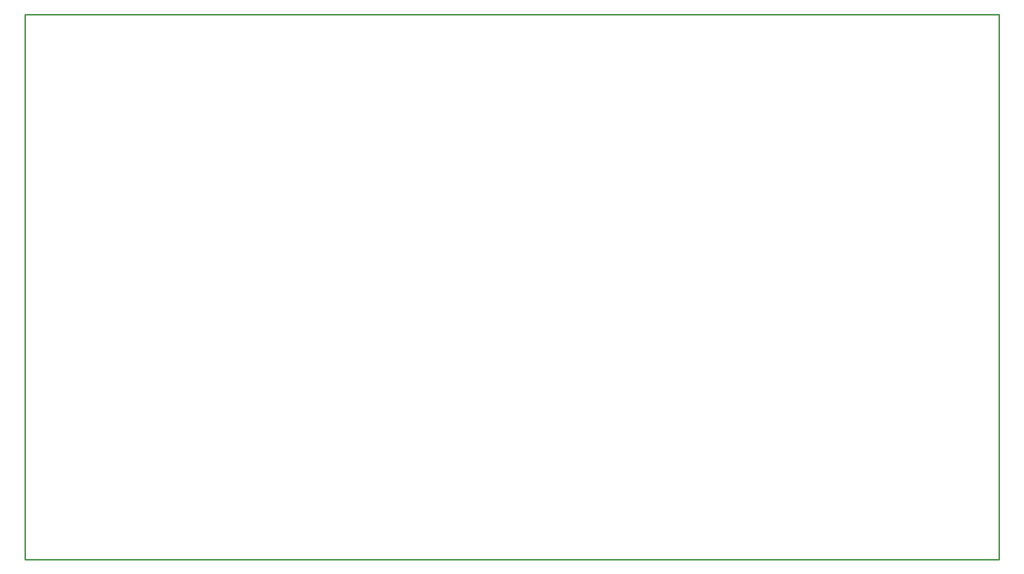
<source format=gm1>
G04*
G04 #@! TF.GenerationSoftware,Altium Limited,Altium Designer,22.11.1 (43)*
G04*
G04 Layer_Color=16711935*
%FSLAX44Y44*%
%MOMM*%
G71*
G04*
G04 #@! TF.SameCoordinates,BEA400A9-7B0A-4234-B2B5-4D1F4660E836*
G04*
G04*
G04 #@! TF.FilePolarity,Positive*
G04*
G01*
G75*
%ADD10C,0.2540*%
D10*
X1652000Y-0D02*
X1652000Y924000D01*
X2000D02*
X1652000D01*
X2000Y-0D02*
Y924000D01*
Y-0D02*
X1652000D01*
M02*

</source>
